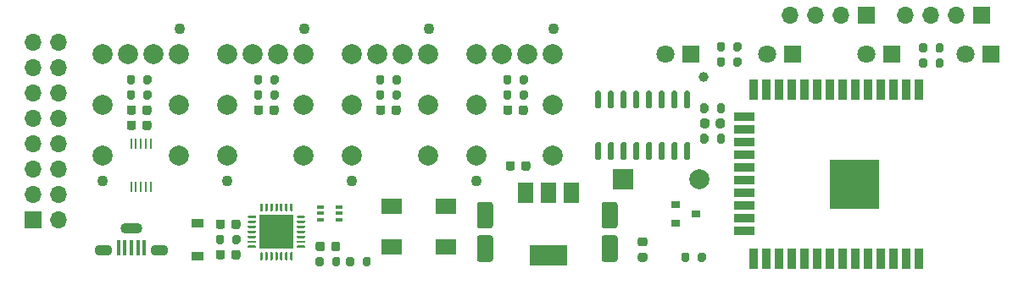
<source format=gbr>
%TF.GenerationSoftware,KiCad,Pcbnew,(5.1.10-1-10_14)*%
%TF.CreationDate,2021-10-13T21:31:21+02:00*%
%TF.ProjectId,MiliOhmMeter,4d696c69-4f68-46d4-9d65-7465722e6b69,rev?*%
%TF.SameCoordinates,Original*%
%TF.FileFunction,Soldermask,Bot*%
%TF.FilePolarity,Negative*%
%FSLAX46Y46*%
G04 Gerber Fmt 4.6, Leading zero omitted, Abs format (unit mm)*
G04 Created by KiCad (PCBNEW (5.1.10-1-10_14)) date 2021-10-13 21:31:21*
%MOMM*%
%LPD*%
G01*
G04 APERTURE LIST*
%ADD10O,2.200000X1.100000*%
%ADD11O,1.800000X1.100000*%
%ADD12R,0.450000X1.500000*%
%ADD13R,1.500000X2.000000*%
%ADD14R,3.800000X2.000000*%
%ADD15C,1.000000*%
%ADD16C,1.100000*%
%ADD17C,2.000000*%
%ADD18R,2.000000X1.600000*%
%ADD19O,1.700000X1.700000*%
%ADD20R,1.700000X1.700000*%
%ADD21R,0.250000X1.100000*%
%ADD22R,3.350000X3.350000*%
%ADD23R,0.900000X0.800000*%
%ADD24R,0.650000X0.400000*%
%ADD25R,5.000000X5.000000*%
%ADD26R,0.900000X2.000000*%
%ADD27R,2.000000X0.900000*%
%ADD28C,1.800000*%
%ADD29R,1.800000X1.800000*%
%ADD30R,1.200000X0.900000*%
%ADD31R,2.000000X2.000000*%
G04 APERTURE END LIST*
D10*
%TO.C,J1*%
X72644000Y-97477000D03*
D11*
X75444000Y-99627000D03*
X69844000Y-99627000D03*
D12*
X71344000Y-99377000D03*
X73944000Y-99377000D03*
X71994000Y-99377000D03*
X73294000Y-99377000D03*
X72644000Y-99377000D03*
%TD*%
D13*
%TO.C,U4*%
X112000000Y-93878000D03*
X116600000Y-93878000D03*
X114300000Y-93878000D03*
D14*
X114300000Y-100178000D03*
%TD*%
D15*
%TO.C,TP1*%
X129794000Y-82296000D03*
%TD*%
%TO.C,C13*%
G36*
G01*
X119846000Y-98140000D02*
X120946000Y-98140000D01*
G75*
G02*
X121196000Y-98390000I0J-250000D01*
G01*
X121196000Y-100540000D01*
G75*
G02*
X120946000Y-100790000I-250000J0D01*
G01*
X119846000Y-100790000D01*
G75*
G02*
X119596000Y-100540000I0J250000D01*
G01*
X119596000Y-98390000D01*
G75*
G02*
X119846000Y-98140000I250000J0D01*
G01*
G37*
G36*
G01*
X119846000Y-94790000D02*
X120946000Y-94790000D01*
G75*
G02*
X121196000Y-95040000I0J-250000D01*
G01*
X121196000Y-97190000D01*
G75*
G02*
X120946000Y-97440000I-250000J0D01*
G01*
X119846000Y-97440000D01*
G75*
G02*
X119596000Y-97190000I0J250000D01*
G01*
X119596000Y-95040000D01*
G75*
G02*
X119846000Y-94790000I250000J0D01*
G01*
G37*
%TD*%
%TO.C,C12*%
G36*
G01*
X123448000Y-99893000D02*
X123948000Y-99893000D01*
G75*
G02*
X124173000Y-100118000I0J-225000D01*
G01*
X124173000Y-100568000D01*
G75*
G02*
X123948000Y-100793000I-225000J0D01*
G01*
X123448000Y-100793000D01*
G75*
G02*
X123223000Y-100568000I0J225000D01*
G01*
X123223000Y-100118000D01*
G75*
G02*
X123448000Y-99893000I225000J0D01*
G01*
G37*
G36*
G01*
X123448000Y-98343000D02*
X123948000Y-98343000D01*
G75*
G02*
X124173000Y-98568000I0J-225000D01*
G01*
X124173000Y-99018000D01*
G75*
G02*
X123948000Y-99243000I-225000J0D01*
G01*
X123448000Y-99243000D01*
G75*
G02*
X123223000Y-99018000I0J225000D01*
G01*
X123223000Y-98568000D01*
G75*
G02*
X123448000Y-98343000I225000J0D01*
G01*
G37*
%TD*%
%TO.C,C11*%
G36*
G01*
X110927000Y-90936000D02*
X110927000Y-91436000D01*
G75*
G02*
X110702000Y-91661000I-225000J0D01*
G01*
X110252000Y-91661000D01*
G75*
G02*
X110027000Y-91436000I0J225000D01*
G01*
X110027000Y-90936000D01*
G75*
G02*
X110252000Y-90711000I225000J0D01*
G01*
X110702000Y-90711000D01*
G75*
G02*
X110927000Y-90936000I0J-225000D01*
G01*
G37*
G36*
G01*
X112477000Y-90936000D02*
X112477000Y-91436000D01*
G75*
G02*
X112252000Y-91661000I-225000J0D01*
G01*
X111802000Y-91661000D01*
G75*
G02*
X111577000Y-91436000I0J225000D01*
G01*
X111577000Y-90936000D01*
G75*
G02*
X111802000Y-90711000I225000J0D01*
G01*
X112252000Y-90711000D01*
G75*
G02*
X112477000Y-90936000I0J-225000D01*
G01*
G37*
%TD*%
%TO.C,C10*%
G36*
G01*
X107400000Y-98140000D02*
X108500000Y-98140000D01*
G75*
G02*
X108750000Y-98390000I0J-250000D01*
G01*
X108750000Y-100540000D01*
G75*
G02*
X108500000Y-100790000I-250000J0D01*
G01*
X107400000Y-100790000D01*
G75*
G02*
X107150000Y-100540000I0J250000D01*
G01*
X107150000Y-98390000D01*
G75*
G02*
X107400000Y-98140000I250000J0D01*
G01*
G37*
G36*
G01*
X107400000Y-94790000D02*
X108500000Y-94790000D01*
G75*
G02*
X108750000Y-95040000I0J-250000D01*
G01*
X108750000Y-97190000D01*
G75*
G02*
X108500000Y-97440000I-250000J0D01*
G01*
X107400000Y-97440000D01*
G75*
G02*
X107150000Y-97190000I0J250000D01*
G01*
X107150000Y-95040000D01*
G75*
G02*
X107400000Y-94790000I250000J0D01*
G01*
G37*
%TD*%
%TO.C,C9*%
G36*
G01*
X131008000Y-87181500D02*
X131008000Y-86681500D01*
G75*
G02*
X131233000Y-86456500I225000J0D01*
G01*
X131683000Y-86456500D01*
G75*
G02*
X131908000Y-86681500I0J-225000D01*
G01*
X131908000Y-87181500D01*
G75*
G02*
X131683000Y-87406500I-225000J0D01*
G01*
X131233000Y-87406500D01*
G75*
G02*
X131008000Y-87181500I0J225000D01*
G01*
G37*
G36*
G01*
X129458000Y-87181500D02*
X129458000Y-86681500D01*
G75*
G02*
X129683000Y-86456500I225000J0D01*
G01*
X130133000Y-86456500D01*
G75*
G02*
X130358000Y-86681500I0J-225000D01*
G01*
X130358000Y-87181500D01*
G75*
G02*
X130133000Y-87406500I-225000J0D01*
G01*
X129683000Y-87406500D01*
G75*
G02*
X129458000Y-87181500I0J225000D01*
G01*
G37*
%TD*%
%TO.C,C8*%
G36*
G01*
X73731000Y-87372000D02*
X73731000Y-86872000D01*
G75*
G02*
X73956000Y-86647000I225000J0D01*
G01*
X74406000Y-86647000D01*
G75*
G02*
X74631000Y-86872000I0J-225000D01*
G01*
X74631000Y-87372000D01*
G75*
G02*
X74406000Y-87597000I-225000J0D01*
G01*
X73956000Y-87597000D01*
G75*
G02*
X73731000Y-87372000I0J225000D01*
G01*
G37*
G36*
G01*
X72181000Y-87372000D02*
X72181000Y-86872000D01*
G75*
G02*
X72406000Y-86647000I225000J0D01*
G01*
X72856000Y-86647000D01*
G75*
G02*
X73081000Y-86872000I0J-225000D01*
G01*
X73081000Y-87372000D01*
G75*
G02*
X72856000Y-87597000I-225000J0D01*
G01*
X72406000Y-87597000D01*
G75*
G02*
X72181000Y-87372000I0J225000D01*
G01*
G37*
%TD*%
D16*
%TO.C,SW6*%
X107061000Y-92710000D03*
X114841000Y-77470000D03*
D17*
X114681000Y-80010000D03*
X107061000Y-80010000D03*
X112141000Y-80010000D03*
X109601000Y-80010000D03*
X114681000Y-90170000D03*
X107061000Y-90170000D03*
X114681000Y-85090000D03*
X107061000Y-85090000D03*
%TD*%
D16*
%TO.C,SW5*%
X82169000Y-92710000D03*
X89949000Y-77470000D03*
D17*
X89789000Y-80010000D03*
X82169000Y-80010000D03*
X87249000Y-80010000D03*
X84709000Y-80010000D03*
X89789000Y-90170000D03*
X82169000Y-90170000D03*
X89789000Y-85090000D03*
X82169000Y-85090000D03*
%TD*%
D18*
%TO.C,SW4*%
X98646000Y-99314000D03*
X104046000Y-99314000D03*
%TD*%
%TO.C,SW3*%
X98646000Y-95250000D03*
X104046000Y-95250000D03*
%TD*%
D16*
%TO.C,SW2*%
X94615000Y-92710000D03*
X102395000Y-77470000D03*
D17*
X102235000Y-80010000D03*
X94615000Y-80010000D03*
X99695000Y-80010000D03*
X97155000Y-80010000D03*
X102235000Y-90170000D03*
X94615000Y-90170000D03*
X102235000Y-85090000D03*
X94615000Y-85090000D03*
%TD*%
D16*
%TO.C,SW1*%
X69723000Y-92710000D03*
X77503000Y-77470000D03*
D17*
X77343000Y-80010000D03*
X69723000Y-80010000D03*
X74803000Y-80010000D03*
X72263000Y-80010000D03*
X77343000Y-90170000D03*
X69723000Y-90170000D03*
X77343000Y-85090000D03*
X69723000Y-85090000D03*
%TD*%
D19*
%TO.C,J4*%
X138430000Y-76136500D03*
X140970000Y-76136500D03*
X143510000Y-76136500D03*
D20*
X146050000Y-76136500D03*
%TD*%
D19*
%TO.C,J3*%
X149923500Y-76136500D03*
X152463500Y-76136500D03*
X155003500Y-76136500D03*
D20*
X157543500Y-76136500D03*
%TD*%
%TO.C,C6*%
G36*
G01*
X111323000Y-85848000D02*
X111323000Y-85348000D01*
G75*
G02*
X111548000Y-85123000I225000J0D01*
G01*
X111998000Y-85123000D01*
G75*
G02*
X112223000Y-85348000I0J-225000D01*
G01*
X112223000Y-85848000D01*
G75*
G02*
X111998000Y-86073000I-225000J0D01*
G01*
X111548000Y-86073000D01*
G75*
G02*
X111323000Y-85848000I0J225000D01*
G01*
G37*
G36*
G01*
X109773000Y-85848000D02*
X109773000Y-85348000D01*
G75*
G02*
X109998000Y-85123000I225000J0D01*
G01*
X110448000Y-85123000D01*
G75*
G02*
X110673000Y-85348000I0J-225000D01*
G01*
X110673000Y-85848000D01*
G75*
G02*
X110448000Y-86073000I-225000J0D01*
G01*
X109998000Y-86073000D01*
G75*
G02*
X109773000Y-85848000I0J225000D01*
G01*
G37*
%TD*%
%TO.C,C5*%
G36*
G01*
X86431000Y-85848000D02*
X86431000Y-85348000D01*
G75*
G02*
X86656000Y-85123000I225000J0D01*
G01*
X87106000Y-85123000D01*
G75*
G02*
X87331000Y-85348000I0J-225000D01*
G01*
X87331000Y-85848000D01*
G75*
G02*
X87106000Y-86073000I-225000J0D01*
G01*
X86656000Y-86073000D01*
G75*
G02*
X86431000Y-85848000I0J225000D01*
G01*
G37*
G36*
G01*
X84881000Y-85848000D02*
X84881000Y-85348000D01*
G75*
G02*
X85106000Y-85123000I225000J0D01*
G01*
X85556000Y-85123000D01*
G75*
G02*
X85781000Y-85348000I0J-225000D01*
G01*
X85781000Y-85848000D01*
G75*
G02*
X85556000Y-86073000I-225000J0D01*
G01*
X85106000Y-86073000D01*
G75*
G02*
X84881000Y-85848000I0J225000D01*
G01*
G37*
%TD*%
%TO.C,C4*%
G36*
G01*
X98623000Y-85848000D02*
X98623000Y-85348000D01*
G75*
G02*
X98848000Y-85123000I225000J0D01*
G01*
X99298000Y-85123000D01*
G75*
G02*
X99523000Y-85348000I0J-225000D01*
G01*
X99523000Y-85848000D01*
G75*
G02*
X99298000Y-86073000I-225000J0D01*
G01*
X98848000Y-86073000D01*
G75*
G02*
X98623000Y-85848000I0J225000D01*
G01*
G37*
G36*
G01*
X97073000Y-85848000D02*
X97073000Y-85348000D01*
G75*
G02*
X97298000Y-85123000I225000J0D01*
G01*
X97748000Y-85123000D01*
G75*
G02*
X97973000Y-85348000I0J-225000D01*
G01*
X97973000Y-85848000D01*
G75*
G02*
X97748000Y-86073000I-225000J0D01*
G01*
X97298000Y-86073000D01*
G75*
G02*
X97073000Y-85848000I0J225000D01*
G01*
G37*
%TD*%
%TO.C,C3*%
G36*
G01*
X73731000Y-85848000D02*
X73731000Y-85348000D01*
G75*
G02*
X73956000Y-85123000I225000J0D01*
G01*
X74406000Y-85123000D01*
G75*
G02*
X74631000Y-85348000I0J-225000D01*
G01*
X74631000Y-85848000D01*
G75*
G02*
X74406000Y-86073000I-225000J0D01*
G01*
X73956000Y-86073000D01*
G75*
G02*
X73731000Y-85848000I0J225000D01*
G01*
G37*
G36*
G01*
X72181000Y-85848000D02*
X72181000Y-85348000D01*
G75*
G02*
X72406000Y-85123000I225000J0D01*
G01*
X72856000Y-85123000D01*
G75*
G02*
X73081000Y-85348000I0J-225000D01*
G01*
X73081000Y-85848000D01*
G75*
G02*
X72856000Y-86073000I-225000J0D01*
G01*
X72406000Y-86073000D01*
G75*
G02*
X72181000Y-85848000I0J225000D01*
G01*
G37*
%TD*%
%TO.C,U3*%
G36*
G01*
X128293000Y-85422000D02*
X127993000Y-85422000D01*
G75*
G02*
X127843000Y-85272000I0J150000D01*
G01*
X127843000Y-83822000D01*
G75*
G02*
X127993000Y-83672000I150000J0D01*
G01*
X128293000Y-83672000D01*
G75*
G02*
X128443000Y-83822000I0J-150000D01*
G01*
X128443000Y-85272000D01*
G75*
G02*
X128293000Y-85422000I-150000J0D01*
G01*
G37*
G36*
G01*
X127023000Y-85422000D02*
X126723000Y-85422000D01*
G75*
G02*
X126573000Y-85272000I0J150000D01*
G01*
X126573000Y-83822000D01*
G75*
G02*
X126723000Y-83672000I150000J0D01*
G01*
X127023000Y-83672000D01*
G75*
G02*
X127173000Y-83822000I0J-150000D01*
G01*
X127173000Y-85272000D01*
G75*
G02*
X127023000Y-85422000I-150000J0D01*
G01*
G37*
G36*
G01*
X125753000Y-85422000D02*
X125453000Y-85422000D01*
G75*
G02*
X125303000Y-85272000I0J150000D01*
G01*
X125303000Y-83822000D01*
G75*
G02*
X125453000Y-83672000I150000J0D01*
G01*
X125753000Y-83672000D01*
G75*
G02*
X125903000Y-83822000I0J-150000D01*
G01*
X125903000Y-85272000D01*
G75*
G02*
X125753000Y-85422000I-150000J0D01*
G01*
G37*
G36*
G01*
X124483000Y-85422000D02*
X124183000Y-85422000D01*
G75*
G02*
X124033000Y-85272000I0J150000D01*
G01*
X124033000Y-83822000D01*
G75*
G02*
X124183000Y-83672000I150000J0D01*
G01*
X124483000Y-83672000D01*
G75*
G02*
X124633000Y-83822000I0J-150000D01*
G01*
X124633000Y-85272000D01*
G75*
G02*
X124483000Y-85422000I-150000J0D01*
G01*
G37*
G36*
G01*
X123213000Y-85422000D02*
X122913000Y-85422000D01*
G75*
G02*
X122763000Y-85272000I0J150000D01*
G01*
X122763000Y-83822000D01*
G75*
G02*
X122913000Y-83672000I150000J0D01*
G01*
X123213000Y-83672000D01*
G75*
G02*
X123363000Y-83822000I0J-150000D01*
G01*
X123363000Y-85272000D01*
G75*
G02*
X123213000Y-85422000I-150000J0D01*
G01*
G37*
G36*
G01*
X121943000Y-85422000D02*
X121643000Y-85422000D01*
G75*
G02*
X121493000Y-85272000I0J150000D01*
G01*
X121493000Y-83822000D01*
G75*
G02*
X121643000Y-83672000I150000J0D01*
G01*
X121943000Y-83672000D01*
G75*
G02*
X122093000Y-83822000I0J-150000D01*
G01*
X122093000Y-85272000D01*
G75*
G02*
X121943000Y-85422000I-150000J0D01*
G01*
G37*
G36*
G01*
X120673000Y-85422000D02*
X120373000Y-85422000D01*
G75*
G02*
X120223000Y-85272000I0J150000D01*
G01*
X120223000Y-83822000D01*
G75*
G02*
X120373000Y-83672000I150000J0D01*
G01*
X120673000Y-83672000D01*
G75*
G02*
X120823000Y-83822000I0J-150000D01*
G01*
X120823000Y-85272000D01*
G75*
G02*
X120673000Y-85422000I-150000J0D01*
G01*
G37*
G36*
G01*
X119403000Y-85422000D02*
X119103000Y-85422000D01*
G75*
G02*
X118953000Y-85272000I0J150000D01*
G01*
X118953000Y-83822000D01*
G75*
G02*
X119103000Y-83672000I150000J0D01*
G01*
X119403000Y-83672000D01*
G75*
G02*
X119553000Y-83822000I0J-150000D01*
G01*
X119553000Y-85272000D01*
G75*
G02*
X119403000Y-85422000I-150000J0D01*
G01*
G37*
G36*
G01*
X119403000Y-90572000D02*
X119103000Y-90572000D01*
G75*
G02*
X118953000Y-90422000I0J150000D01*
G01*
X118953000Y-88972000D01*
G75*
G02*
X119103000Y-88822000I150000J0D01*
G01*
X119403000Y-88822000D01*
G75*
G02*
X119553000Y-88972000I0J-150000D01*
G01*
X119553000Y-90422000D01*
G75*
G02*
X119403000Y-90572000I-150000J0D01*
G01*
G37*
G36*
G01*
X120673000Y-90572000D02*
X120373000Y-90572000D01*
G75*
G02*
X120223000Y-90422000I0J150000D01*
G01*
X120223000Y-88972000D01*
G75*
G02*
X120373000Y-88822000I150000J0D01*
G01*
X120673000Y-88822000D01*
G75*
G02*
X120823000Y-88972000I0J-150000D01*
G01*
X120823000Y-90422000D01*
G75*
G02*
X120673000Y-90572000I-150000J0D01*
G01*
G37*
G36*
G01*
X121943000Y-90572000D02*
X121643000Y-90572000D01*
G75*
G02*
X121493000Y-90422000I0J150000D01*
G01*
X121493000Y-88972000D01*
G75*
G02*
X121643000Y-88822000I150000J0D01*
G01*
X121943000Y-88822000D01*
G75*
G02*
X122093000Y-88972000I0J-150000D01*
G01*
X122093000Y-90422000D01*
G75*
G02*
X121943000Y-90572000I-150000J0D01*
G01*
G37*
G36*
G01*
X123213000Y-90572000D02*
X122913000Y-90572000D01*
G75*
G02*
X122763000Y-90422000I0J150000D01*
G01*
X122763000Y-88972000D01*
G75*
G02*
X122913000Y-88822000I150000J0D01*
G01*
X123213000Y-88822000D01*
G75*
G02*
X123363000Y-88972000I0J-150000D01*
G01*
X123363000Y-90422000D01*
G75*
G02*
X123213000Y-90572000I-150000J0D01*
G01*
G37*
G36*
G01*
X124483000Y-90572000D02*
X124183000Y-90572000D01*
G75*
G02*
X124033000Y-90422000I0J150000D01*
G01*
X124033000Y-88972000D01*
G75*
G02*
X124183000Y-88822000I150000J0D01*
G01*
X124483000Y-88822000D01*
G75*
G02*
X124633000Y-88972000I0J-150000D01*
G01*
X124633000Y-90422000D01*
G75*
G02*
X124483000Y-90572000I-150000J0D01*
G01*
G37*
G36*
G01*
X125753000Y-90572000D02*
X125453000Y-90572000D01*
G75*
G02*
X125303000Y-90422000I0J150000D01*
G01*
X125303000Y-88972000D01*
G75*
G02*
X125453000Y-88822000I150000J0D01*
G01*
X125753000Y-88822000D01*
G75*
G02*
X125903000Y-88972000I0J-150000D01*
G01*
X125903000Y-90422000D01*
G75*
G02*
X125753000Y-90572000I-150000J0D01*
G01*
G37*
G36*
G01*
X127023000Y-90572000D02*
X126723000Y-90572000D01*
G75*
G02*
X126573000Y-90422000I0J150000D01*
G01*
X126573000Y-88972000D01*
G75*
G02*
X126723000Y-88822000I150000J0D01*
G01*
X127023000Y-88822000D01*
G75*
G02*
X127173000Y-88972000I0J-150000D01*
G01*
X127173000Y-90422000D01*
G75*
G02*
X127023000Y-90572000I-150000J0D01*
G01*
G37*
G36*
G01*
X128293000Y-90572000D02*
X127993000Y-90572000D01*
G75*
G02*
X127843000Y-90422000I0J150000D01*
G01*
X127843000Y-88972000D01*
G75*
G02*
X127993000Y-88822000I150000J0D01*
G01*
X128293000Y-88822000D01*
G75*
G02*
X128443000Y-88972000I0J-150000D01*
G01*
X128443000Y-90422000D01*
G75*
G02*
X128293000Y-90572000I-150000J0D01*
G01*
G37*
%TD*%
D21*
%TO.C,U2*%
X74596500Y-88972500D03*
X74096500Y-88972500D03*
X73596500Y-88972500D03*
X73096500Y-88972500D03*
X72596500Y-88972500D03*
X72596500Y-93272500D03*
X73096500Y-93272500D03*
X73596500Y-93272500D03*
X74096500Y-93272500D03*
X74596500Y-93272500D03*
%TD*%
D22*
%TO.C,U1*%
X87122000Y-97790000D03*
G36*
G01*
X89909500Y-99415000D02*
X89234500Y-99415000D01*
G75*
G02*
X89172000Y-99352500I0J62500D01*
G01*
X89172000Y-99227500D01*
G75*
G02*
X89234500Y-99165000I62500J0D01*
G01*
X89909500Y-99165000D01*
G75*
G02*
X89972000Y-99227500I0J-62500D01*
G01*
X89972000Y-99352500D01*
G75*
G02*
X89909500Y-99415000I-62500J0D01*
G01*
G37*
G36*
G01*
X89909500Y-98915000D02*
X89234500Y-98915000D01*
G75*
G02*
X89172000Y-98852500I0J62500D01*
G01*
X89172000Y-98727500D01*
G75*
G02*
X89234500Y-98665000I62500J0D01*
G01*
X89909500Y-98665000D01*
G75*
G02*
X89972000Y-98727500I0J-62500D01*
G01*
X89972000Y-98852500D01*
G75*
G02*
X89909500Y-98915000I-62500J0D01*
G01*
G37*
G36*
G01*
X89909500Y-98415000D02*
X89234500Y-98415000D01*
G75*
G02*
X89172000Y-98352500I0J62500D01*
G01*
X89172000Y-98227500D01*
G75*
G02*
X89234500Y-98165000I62500J0D01*
G01*
X89909500Y-98165000D01*
G75*
G02*
X89972000Y-98227500I0J-62500D01*
G01*
X89972000Y-98352500D01*
G75*
G02*
X89909500Y-98415000I-62500J0D01*
G01*
G37*
G36*
G01*
X89909500Y-97915000D02*
X89234500Y-97915000D01*
G75*
G02*
X89172000Y-97852500I0J62500D01*
G01*
X89172000Y-97727500D01*
G75*
G02*
X89234500Y-97665000I62500J0D01*
G01*
X89909500Y-97665000D01*
G75*
G02*
X89972000Y-97727500I0J-62500D01*
G01*
X89972000Y-97852500D01*
G75*
G02*
X89909500Y-97915000I-62500J0D01*
G01*
G37*
G36*
G01*
X89909500Y-97415000D02*
X89234500Y-97415000D01*
G75*
G02*
X89172000Y-97352500I0J62500D01*
G01*
X89172000Y-97227500D01*
G75*
G02*
X89234500Y-97165000I62500J0D01*
G01*
X89909500Y-97165000D01*
G75*
G02*
X89972000Y-97227500I0J-62500D01*
G01*
X89972000Y-97352500D01*
G75*
G02*
X89909500Y-97415000I-62500J0D01*
G01*
G37*
G36*
G01*
X89909500Y-96915000D02*
X89234500Y-96915000D01*
G75*
G02*
X89172000Y-96852500I0J62500D01*
G01*
X89172000Y-96727500D01*
G75*
G02*
X89234500Y-96665000I62500J0D01*
G01*
X89909500Y-96665000D01*
G75*
G02*
X89972000Y-96727500I0J-62500D01*
G01*
X89972000Y-96852500D01*
G75*
G02*
X89909500Y-96915000I-62500J0D01*
G01*
G37*
G36*
G01*
X89909500Y-96415000D02*
X89234500Y-96415000D01*
G75*
G02*
X89172000Y-96352500I0J62500D01*
G01*
X89172000Y-96227500D01*
G75*
G02*
X89234500Y-96165000I62500J0D01*
G01*
X89909500Y-96165000D01*
G75*
G02*
X89972000Y-96227500I0J-62500D01*
G01*
X89972000Y-96352500D01*
G75*
G02*
X89909500Y-96415000I-62500J0D01*
G01*
G37*
G36*
G01*
X88684500Y-95740000D02*
X88559500Y-95740000D01*
G75*
G02*
X88497000Y-95677500I0J62500D01*
G01*
X88497000Y-95002500D01*
G75*
G02*
X88559500Y-94940000I62500J0D01*
G01*
X88684500Y-94940000D01*
G75*
G02*
X88747000Y-95002500I0J-62500D01*
G01*
X88747000Y-95677500D01*
G75*
G02*
X88684500Y-95740000I-62500J0D01*
G01*
G37*
G36*
G01*
X88184500Y-95740000D02*
X88059500Y-95740000D01*
G75*
G02*
X87997000Y-95677500I0J62500D01*
G01*
X87997000Y-95002500D01*
G75*
G02*
X88059500Y-94940000I62500J0D01*
G01*
X88184500Y-94940000D01*
G75*
G02*
X88247000Y-95002500I0J-62500D01*
G01*
X88247000Y-95677500D01*
G75*
G02*
X88184500Y-95740000I-62500J0D01*
G01*
G37*
G36*
G01*
X87684500Y-95740000D02*
X87559500Y-95740000D01*
G75*
G02*
X87497000Y-95677500I0J62500D01*
G01*
X87497000Y-95002500D01*
G75*
G02*
X87559500Y-94940000I62500J0D01*
G01*
X87684500Y-94940000D01*
G75*
G02*
X87747000Y-95002500I0J-62500D01*
G01*
X87747000Y-95677500D01*
G75*
G02*
X87684500Y-95740000I-62500J0D01*
G01*
G37*
G36*
G01*
X87184500Y-95740000D02*
X87059500Y-95740000D01*
G75*
G02*
X86997000Y-95677500I0J62500D01*
G01*
X86997000Y-95002500D01*
G75*
G02*
X87059500Y-94940000I62500J0D01*
G01*
X87184500Y-94940000D01*
G75*
G02*
X87247000Y-95002500I0J-62500D01*
G01*
X87247000Y-95677500D01*
G75*
G02*
X87184500Y-95740000I-62500J0D01*
G01*
G37*
G36*
G01*
X86684500Y-95740000D02*
X86559500Y-95740000D01*
G75*
G02*
X86497000Y-95677500I0J62500D01*
G01*
X86497000Y-95002500D01*
G75*
G02*
X86559500Y-94940000I62500J0D01*
G01*
X86684500Y-94940000D01*
G75*
G02*
X86747000Y-95002500I0J-62500D01*
G01*
X86747000Y-95677500D01*
G75*
G02*
X86684500Y-95740000I-62500J0D01*
G01*
G37*
G36*
G01*
X86184500Y-95740000D02*
X86059500Y-95740000D01*
G75*
G02*
X85997000Y-95677500I0J62500D01*
G01*
X85997000Y-95002500D01*
G75*
G02*
X86059500Y-94940000I62500J0D01*
G01*
X86184500Y-94940000D01*
G75*
G02*
X86247000Y-95002500I0J-62500D01*
G01*
X86247000Y-95677500D01*
G75*
G02*
X86184500Y-95740000I-62500J0D01*
G01*
G37*
G36*
G01*
X85684500Y-95740000D02*
X85559500Y-95740000D01*
G75*
G02*
X85497000Y-95677500I0J62500D01*
G01*
X85497000Y-95002500D01*
G75*
G02*
X85559500Y-94940000I62500J0D01*
G01*
X85684500Y-94940000D01*
G75*
G02*
X85747000Y-95002500I0J-62500D01*
G01*
X85747000Y-95677500D01*
G75*
G02*
X85684500Y-95740000I-62500J0D01*
G01*
G37*
G36*
G01*
X85009500Y-96415000D02*
X84334500Y-96415000D01*
G75*
G02*
X84272000Y-96352500I0J62500D01*
G01*
X84272000Y-96227500D01*
G75*
G02*
X84334500Y-96165000I62500J0D01*
G01*
X85009500Y-96165000D01*
G75*
G02*
X85072000Y-96227500I0J-62500D01*
G01*
X85072000Y-96352500D01*
G75*
G02*
X85009500Y-96415000I-62500J0D01*
G01*
G37*
G36*
G01*
X85009500Y-96915000D02*
X84334500Y-96915000D01*
G75*
G02*
X84272000Y-96852500I0J62500D01*
G01*
X84272000Y-96727500D01*
G75*
G02*
X84334500Y-96665000I62500J0D01*
G01*
X85009500Y-96665000D01*
G75*
G02*
X85072000Y-96727500I0J-62500D01*
G01*
X85072000Y-96852500D01*
G75*
G02*
X85009500Y-96915000I-62500J0D01*
G01*
G37*
G36*
G01*
X85009500Y-97415000D02*
X84334500Y-97415000D01*
G75*
G02*
X84272000Y-97352500I0J62500D01*
G01*
X84272000Y-97227500D01*
G75*
G02*
X84334500Y-97165000I62500J0D01*
G01*
X85009500Y-97165000D01*
G75*
G02*
X85072000Y-97227500I0J-62500D01*
G01*
X85072000Y-97352500D01*
G75*
G02*
X85009500Y-97415000I-62500J0D01*
G01*
G37*
G36*
G01*
X85009500Y-97915000D02*
X84334500Y-97915000D01*
G75*
G02*
X84272000Y-97852500I0J62500D01*
G01*
X84272000Y-97727500D01*
G75*
G02*
X84334500Y-97665000I62500J0D01*
G01*
X85009500Y-97665000D01*
G75*
G02*
X85072000Y-97727500I0J-62500D01*
G01*
X85072000Y-97852500D01*
G75*
G02*
X85009500Y-97915000I-62500J0D01*
G01*
G37*
G36*
G01*
X85009500Y-98415000D02*
X84334500Y-98415000D01*
G75*
G02*
X84272000Y-98352500I0J62500D01*
G01*
X84272000Y-98227500D01*
G75*
G02*
X84334500Y-98165000I62500J0D01*
G01*
X85009500Y-98165000D01*
G75*
G02*
X85072000Y-98227500I0J-62500D01*
G01*
X85072000Y-98352500D01*
G75*
G02*
X85009500Y-98415000I-62500J0D01*
G01*
G37*
G36*
G01*
X85009500Y-98915000D02*
X84334500Y-98915000D01*
G75*
G02*
X84272000Y-98852500I0J62500D01*
G01*
X84272000Y-98727500D01*
G75*
G02*
X84334500Y-98665000I62500J0D01*
G01*
X85009500Y-98665000D01*
G75*
G02*
X85072000Y-98727500I0J-62500D01*
G01*
X85072000Y-98852500D01*
G75*
G02*
X85009500Y-98915000I-62500J0D01*
G01*
G37*
G36*
G01*
X85009500Y-99415000D02*
X84334500Y-99415000D01*
G75*
G02*
X84272000Y-99352500I0J62500D01*
G01*
X84272000Y-99227500D01*
G75*
G02*
X84334500Y-99165000I62500J0D01*
G01*
X85009500Y-99165000D01*
G75*
G02*
X85072000Y-99227500I0J-62500D01*
G01*
X85072000Y-99352500D01*
G75*
G02*
X85009500Y-99415000I-62500J0D01*
G01*
G37*
G36*
G01*
X85684500Y-100640000D02*
X85559500Y-100640000D01*
G75*
G02*
X85497000Y-100577500I0J62500D01*
G01*
X85497000Y-99902500D01*
G75*
G02*
X85559500Y-99840000I62500J0D01*
G01*
X85684500Y-99840000D01*
G75*
G02*
X85747000Y-99902500I0J-62500D01*
G01*
X85747000Y-100577500D01*
G75*
G02*
X85684500Y-100640000I-62500J0D01*
G01*
G37*
G36*
G01*
X86184500Y-100640000D02*
X86059500Y-100640000D01*
G75*
G02*
X85997000Y-100577500I0J62500D01*
G01*
X85997000Y-99902500D01*
G75*
G02*
X86059500Y-99840000I62500J0D01*
G01*
X86184500Y-99840000D01*
G75*
G02*
X86247000Y-99902500I0J-62500D01*
G01*
X86247000Y-100577500D01*
G75*
G02*
X86184500Y-100640000I-62500J0D01*
G01*
G37*
G36*
G01*
X86684500Y-100640000D02*
X86559500Y-100640000D01*
G75*
G02*
X86497000Y-100577500I0J62500D01*
G01*
X86497000Y-99902500D01*
G75*
G02*
X86559500Y-99840000I62500J0D01*
G01*
X86684500Y-99840000D01*
G75*
G02*
X86747000Y-99902500I0J-62500D01*
G01*
X86747000Y-100577500D01*
G75*
G02*
X86684500Y-100640000I-62500J0D01*
G01*
G37*
G36*
G01*
X87184500Y-100640000D02*
X87059500Y-100640000D01*
G75*
G02*
X86997000Y-100577500I0J62500D01*
G01*
X86997000Y-99902500D01*
G75*
G02*
X87059500Y-99840000I62500J0D01*
G01*
X87184500Y-99840000D01*
G75*
G02*
X87247000Y-99902500I0J-62500D01*
G01*
X87247000Y-100577500D01*
G75*
G02*
X87184500Y-100640000I-62500J0D01*
G01*
G37*
G36*
G01*
X87684500Y-100640000D02*
X87559500Y-100640000D01*
G75*
G02*
X87497000Y-100577500I0J62500D01*
G01*
X87497000Y-99902500D01*
G75*
G02*
X87559500Y-99840000I62500J0D01*
G01*
X87684500Y-99840000D01*
G75*
G02*
X87747000Y-99902500I0J-62500D01*
G01*
X87747000Y-100577500D01*
G75*
G02*
X87684500Y-100640000I-62500J0D01*
G01*
G37*
G36*
G01*
X88184500Y-100640000D02*
X88059500Y-100640000D01*
G75*
G02*
X87997000Y-100577500I0J62500D01*
G01*
X87997000Y-99902500D01*
G75*
G02*
X88059500Y-99840000I62500J0D01*
G01*
X88184500Y-99840000D01*
G75*
G02*
X88247000Y-99902500I0J-62500D01*
G01*
X88247000Y-100577500D01*
G75*
G02*
X88184500Y-100640000I-62500J0D01*
G01*
G37*
G36*
G01*
X88684500Y-100640000D02*
X88559500Y-100640000D01*
G75*
G02*
X88497000Y-100577500I0J62500D01*
G01*
X88497000Y-99902500D01*
G75*
G02*
X88559500Y-99840000I62500J0D01*
G01*
X88684500Y-99840000D01*
G75*
G02*
X88747000Y-99902500I0J-62500D01*
G01*
X88747000Y-100577500D01*
G75*
G02*
X88684500Y-100640000I-62500J0D01*
G01*
G37*
%TD*%
%TO.C,R18*%
G36*
G01*
X110573000Y-83799000D02*
X110573000Y-84349000D01*
G75*
G02*
X110373000Y-84549000I-200000J0D01*
G01*
X109973000Y-84549000D01*
G75*
G02*
X109773000Y-84349000I0J200000D01*
G01*
X109773000Y-83799000D01*
G75*
G02*
X109973000Y-83599000I200000J0D01*
G01*
X110373000Y-83599000D01*
G75*
G02*
X110573000Y-83799000I0J-200000D01*
G01*
G37*
G36*
G01*
X112223000Y-83799000D02*
X112223000Y-84349000D01*
G75*
G02*
X112023000Y-84549000I-200000J0D01*
G01*
X111623000Y-84549000D01*
G75*
G02*
X111423000Y-84349000I0J200000D01*
G01*
X111423000Y-83799000D01*
G75*
G02*
X111623000Y-83599000I200000J0D01*
G01*
X112023000Y-83599000D01*
G75*
G02*
X112223000Y-83799000I0J-200000D01*
G01*
G37*
%TD*%
%TO.C,R17*%
G36*
G01*
X110573000Y-82275000D02*
X110573000Y-82825000D01*
G75*
G02*
X110373000Y-83025000I-200000J0D01*
G01*
X109973000Y-83025000D01*
G75*
G02*
X109773000Y-82825000I0J200000D01*
G01*
X109773000Y-82275000D01*
G75*
G02*
X109973000Y-82075000I200000J0D01*
G01*
X110373000Y-82075000D01*
G75*
G02*
X110573000Y-82275000I0J-200000D01*
G01*
G37*
G36*
G01*
X112223000Y-82275000D02*
X112223000Y-82825000D01*
G75*
G02*
X112023000Y-83025000I-200000J0D01*
G01*
X111623000Y-83025000D01*
G75*
G02*
X111423000Y-82825000I0J200000D01*
G01*
X111423000Y-82275000D01*
G75*
G02*
X111623000Y-82075000I200000J0D01*
G01*
X112023000Y-82075000D01*
G75*
G02*
X112223000Y-82275000I0J-200000D01*
G01*
G37*
%TD*%
%TO.C,R16*%
G36*
G01*
X85681000Y-83799000D02*
X85681000Y-84349000D01*
G75*
G02*
X85481000Y-84549000I-200000J0D01*
G01*
X85081000Y-84549000D01*
G75*
G02*
X84881000Y-84349000I0J200000D01*
G01*
X84881000Y-83799000D01*
G75*
G02*
X85081000Y-83599000I200000J0D01*
G01*
X85481000Y-83599000D01*
G75*
G02*
X85681000Y-83799000I0J-200000D01*
G01*
G37*
G36*
G01*
X87331000Y-83799000D02*
X87331000Y-84349000D01*
G75*
G02*
X87131000Y-84549000I-200000J0D01*
G01*
X86731000Y-84549000D01*
G75*
G02*
X86531000Y-84349000I0J200000D01*
G01*
X86531000Y-83799000D01*
G75*
G02*
X86731000Y-83599000I200000J0D01*
G01*
X87131000Y-83599000D01*
G75*
G02*
X87331000Y-83799000I0J-200000D01*
G01*
G37*
%TD*%
%TO.C,R15*%
G36*
G01*
X85681000Y-82275000D02*
X85681000Y-82825000D01*
G75*
G02*
X85481000Y-83025000I-200000J0D01*
G01*
X85081000Y-83025000D01*
G75*
G02*
X84881000Y-82825000I0J200000D01*
G01*
X84881000Y-82275000D01*
G75*
G02*
X85081000Y-82075000I200000J0D01*
G01*
X85481000Y-82075000D01*
G75*
G02*
X85681000Y-82275000I0J-200000D01*
G01*
G37*
G36*
G01*
X87331000Y-82275000D02*
X87331000Y-82825000D01*
G75*
G02*
X87131000Y-83025000I-200000J0D01*
G01*
X86731000Y-83025000D01*
G75*
G02*
X86531000Y-82825000I0J200000D01*
G01*
X86531000Y-82275000D01*
G75*
G02*
X86731000Y-82075000I200000J0D01*
G01*
X87131000Y-82075000D01*
G75*
G02*
X87331000Y-82275000I0J-200000D01*
G01*
G37*
%TD*%
%TO.C,R14*%
G36*
G01*
X130258000Y-85132500D02*
X130258000Y-85682500D01*
G75*
G02*
X130058000Y-85882500I-200000J0D01*
G01*
X129658000Y-85882500D01*
G75*
G02*
X129458000Y-85682500I0J200000D01*
G01*
X129458000Y-85132500D01*
G75*
G02*
X129658000Y-84932500I200000J0D01*
G01*
X130058000Y-84932500D01*
G75*
G02*
X130258000Y-85132500I0J-200000D01*
G01*
G37*
G36*
G01*
X131908000Y-85132500D02*
X131908000Y-85682500D01*
G75*
G02*
X131708000Y-85882500I-200000J0D01*
G01*
X131308000Y-85882500D01*
G75*
G02*
X131108000Y-85682500I0J200000D01*
G01*
X131108000Y-85132500D01*
G75*
G02*
X131308000Y-84932500I200000J0D01*
G01*
X131708000Y-84932500D01*
G75*
G02*
X131908000Y-85132500I0J-200000D01*
G01*
G37*
%TD*%
%TO.C,R13*%
G36*
G01*
X128353000Y-100055000D02*
X128353000Y-100605000D01*
G75*
G02*
X128153000Y-100805000I-200000J0D01*
G01*
X127753000Y-100805000D01*
G75*
G02*
X127553000Y-100605000I0J200000D01*
G01*
X127553000Y-100055000D01*
G75*
G02*
X127753000Y-99855000I200000J0D01*
G01*
X128153000Y-99855000D01*
G75*
G02*
X128353000Y-100055000I0J-200000D01*
G01*
G37*
G36*
G01*
X130003000Y-100055000D02*
X130003000Y-100605000D01*
G75*
G02*
X129803000Y-100805000I-200000J0D01*
G01*
X129403000Y-100805000D01*
G75*
G02*
X129203000Y-100605000I0J200000D01*
G01*
X129203000Y-100055000D01*
G75*
G02*
X129403000Y-99855000I200000J0D01*
G01*
X129803000Y-99855000D01*
G75*
G02*
X130003000Y-100055000I0J-200000D01*
G01*
G37*
%TD*%
%TO.C,R12*%
G36*
G01*
X81871000Y-98277000D02*
X81871000Y-98827000D01*
G75*
G02*
X81671000Y-99027000I-200000J0D01*
G01*
X81271000Y-99027000D01*
G75*
G02*
X81071000Y-98827000I0J200000D01*
G01*
X81071000Y-98277000D01*
G75*
G02*
X81271000Y-98077000I200000J0D01*
G01*
X81671000Y-98077000D01*
G75*
G02*
X81871000Y-98277000I0J-200000D01*
G01*
G37*
G36*
G01*
X83521000Y-98277000D02*
X83521000Y-98827000D01*
G75*
G02*
X83321000Y-99027000I-200000J0D01*
G01*
X82921000Y-99027000D01*
G75*
G02*
X82721000Y-98827000I0J200000D01*
G01*
X82721000Y-98277000D01*
G75*
G02*
X82921000Y-98077000I200000J0D01*
G01*
X83321000Y-98077000D01*
G75*
G02*
X83521000Y-98277000I0J-200000D01*
G01*
G37*
%TD*%
%TO.C,R11*%
G36*
G01*
X92690500Y-101049500D02*
X92690500Y-100499500D01*
G75*
G02*
X92890500Y-100299500I200000J0D01*
G01*
X93290500Y-100299500D01*
G75*
G02*
X93490500Y-100499500I0J-200000D01*
G01*
X93490500Y-101049500D01*
G75*
G02*
X93290500Y-101249500I-200000J0D01*
G01*
X92890500Y-101249500D01*
G75*
G02*
X92690500Y-101049500I0J200000D01*
G01*
G37*
G36*
G01*
X91040500Y-101049500D02*
X91040500Y-100499500D01*
G75*
G02*
X91240500Y-100299500I200000J0D01*
G01*
X91640500Y-100299500D01*
G75*
G02*
X91840500Y-100499500I0J-200000D01*
G01*
X91840500Y-101049500D01*
G75*
G02*
X91640500Y-101249500I-200000J0D01*
G01*
X91240500Y-101249500D01*
G75*
G02*
X91040500Y-101049500I0J200000D01*
G01*
G37*
%TD*%
%TO.C,R10*%
G36*
G01*
X130258000Y-88180500D02*
X130258000Y-88730500D01*
G75*
G02*
X130058000Y-88930500I-200000J0D01*
G01*
X129658000Y-88930500D01*
G75*
G02*
X129458000Y-88730500I0J200000D01*
G01*
X129458000Y-88180500D01*
G75*
G02*
X129658000Y-87980500I200000J0D01*
G01*
X130058000Y-87980500D01*
G75*
G02*
X130258000Y-88180500I0J-200000D01*
G01*
G37*
G36*
G01*
X131908000Y-88180500D02*
X131908000Y-88730500D01*
G75*
G02*
X131708000Y-88930500I-200000J0D01*
G01*
X131308000Y-88930500D01*
G75*
G02*
X131108000Y-88730500I0J200000D01*
G01*
X131108000Y-88180500D01*
G75*
G02*
X131308000Y-87980500I200000J0D01*
G01*
X131708000Y-87980500D01*
G75*
G02*
X131908000Y-88180500I0J-200000D01*
G01*
G37*
%TD*%
%TO.C,R9*%
G36*
G01*
X94888500Y-100499500D02*
X94888500Y-101049500D01*
G75*
G02*
X94688500Y-101249500I-200000J0D01*
G01*
X94288500Y-101249500D01*
G75*
G02*
X94088500Y-101049500I0J200000D01*
G01*
X94088500Y-100499500D01*
G75*
G02*
X94288500Y-100299500I200000J0D01*
G01*
X94688500Y-100299500D01*
G75*
G02*
X94888500Y-100499500I0J-200000D01*
G01*
G37*
G36*
G01*
X96538500Y-100499500D02*
X96538500Y-101049500D01*
G75*
G02*
X96338500Y-101249500I-200000J0D01*
G01*
X95938500Y-101249500D01*
G75*
G02*
X95738500Y-101049500I0J200000D01*
G01*
X95738500Y-100499500D01*
G75*
G02*
X95938500Y-100299500I200000J0D01*
G01*
X96338500Y-100299500D01*
G75*
G02*
X96538500Y-100499500I0J-200000D01*
G01*
G37*
%TD*%
%TO.C,R8*%
G36*
G01*
X97873000Y-83799000D02*
X97873000Y-84349000D01*
G75*
G02*
X97673000Y-84549000I-200000J0D01*
G01*
X97273000Y-84549000D01*
G75*
G02*
X97073000Y-84349000I0J200000D01*
G01*
X97073000Y-83799000D01*
G75*
G02*
X97273000Y-83599000I200000J0D01*
G01*
X97673000Y-83599000D01*
G75*
G02*
X97873000Y-83799000I0J-200000D01*
G01*
G37*
G36*
G01*
X99523000Y-83799000D02*
X99523000Y-84349000D01*
G75*
G02*
X99323000Y-84549000I-200000J0D01*
G01*
X98923000Y-84549000D01*
G75*
G02*
X98723000Y-84349000I0J200000D01*
G01*
X98723000Y-83799000D01*
G75*
G02*
X98923000Y-83599000I200000J0D01*
G01*
X99323000Y-83599000D01*
G75*
G02*
X99523000Y-83799000I0J-200000D01*
G01*
G37*
%TD*%
%TO.C,R7*%
G36*
G01*
X97898400Y-82275000D02*
X97898400Y-82825000D01*
G75*
G02*
X97698400Y-83025000I-200000J0D01*
G01*
X97298400Y-83025000D01*
G75*
G02*
X97098400Y-82825000I0J200000D01*
G01*
X97098400Y-82275000D01*
G75*
G02*
X97298400Y-82075000I200000J0D01*
G01*
X97698400Y-82075000D01*
G75*
G02*
X97898400Y-82275000I0J-200000D01*
G01*
G37*
G36*
G01*
X99548400Y-82275000D02*
X99548400Y-82825000D01*
G75*
G02*
X99348400Y-83025000I-200000J0D01*
G01*
X98948400Y-83025000D01*
G75*
G02*
X98748400Y-82825000I0J200000D01*
G01*
X98748400Y-82275000D01*
G75*
G02*
X98948400Y-82075000I200000J0D01*
G01*
X99348400Y-82075000D01*
G75*
G02*
X99548400Y-82275000I0J-200000D01*
G01*
G37*
%TD*%
%TO.C,R6*%
G36*
G01*
X72981000Y-83799000D02*
X72981000Y-84349000D01*
G75*
G02*
X72781000Y-84549000I-200000J0D01*
G01*
X72381000Y-84549000D01*
G75*
G02*
X72181000Y-84349000I0J200000D01*
G01*
X72181000Y-83799000D01*
G75*
G02*
X72381000Y-83599000I200000J0D01*
G01*
X72781000Y-83599000D01*
G75*
G02*
X72981000Y-83799000I0J-200000D01*
G01*
G37*
G36*
G01*
X74631000Y-83799000D02*
X74631000Y-84349000D01*
G75*
G02*
X74431000Y-84549000I-200000J0D01*
G01*
X74031000Y-84549000D01*
G75*
G02*
X73831000Y-84349000I0J200000D01*
G01*
X73831000Y-83799000D01*
G75*
G02*
X74031000Y-83599000I200000J0D01*
G01*
X74431000Y-83599000D01*
G75*
G02*
X74631000Y-83799000I0J-200000D01*
G01*
G37*
%TD*%
%TO.C,R5*%
G36*
G01*
X72981000Y-82275000D02*
X72981000Y-82825000D01*
G75*
G02*
X72781000Y-83025000I-200000J0D01*
G01*
X72381000Y-83025000D01*
G75*
G02*
X72181000Y-82825000I0J200000D01*
G01*
X72181000Y-82275000D01*
G75*
G02*
X72381000Y-82075000I200000J0D01*
G01*
X72781000Y-82075000D01*
G75*
G02*
X72981000Y-82275000I0J-200000D01*
G01*
G37*
G36*
G01*
X74631000Y-82275000D02*
X74631000Y-82825000D01*
G75*
G02*
X74431000Y-83025000I-200000J0D01*
G01*
X74031000Y-83025000D01*
G75*
G02*
X73831000Y-82825000I0J200000D01*
G01*
X73831000Y-82275000D01*
G75*
G02*
X74031000Y-82075000I200000J0D01*
G01*
X74431000Y-82075000D01*
G75*
G02*
X74631000Y-82275000I0J-200000D01*
G01*
G37*
%TD*%
%TO.C,R4*%
G36*
G01*
X152952000Y-81174000D02*
X152952000Y-80624000D01*
G75*
G02*
X153152000Y-80424000I200000J0D01*
G01*
X153552000Y-80424000D01*
G75*
G02*
X153752000Y-80624000I0J-200000D01*
G01*
X153752000Y-81174000D01*
G75*
G02*
X153552000Y-81374000I-200000J0D01*
G01*
X153152000Y-81374000D01*
G75*
G02*
X152952000Y-81174000I0J200000D01*
G01*
G37*
G36*
G01*
X151302000Y-81174000D02*
X151302000Y-80624000D01*
G75*
G02*
X151502000Y-80424000I200000J0D01*
G01*
X151902000Y-80424000D01*
G75*
G02*
X152102000Y-80624000I0J-200000D01*
G01*
X152102000Y-81174000D01*
G75*
G02*
X151902000Y-81374000I-200000J0D01*
G01*
X151502000Y-81374000D01*
G75*
G02*
X151302000Y-81174000I0J200000D01*
G01*
G37*
%TD*%
%TO.C,R3*%
G36*
G01*
X131909000Y-78973000D02*
X131909000Y-79523000D01*
G75*
G02*
X131709000Y-79723000I-200000J0D01*
G01*
X131309000Y-79723000D01*
G75*
G02*
X131109000Y-79523000I0J200000D01*
G01*
X131109000Y-78973000D01*
G75*
G02*
X131309000Y-78773000I200000J0D01*
G01*
X131709000Y-78773000D01*
G75*
G02*
X131909000Y-78973000I0J-200000D01*
G01*
G37*
G36*
G01*
X133559000Y-78973000D02*
X133559000Y-79523000D01*
G75*
G02*
X133359000Y-79723000I-200000J0D01*
G01*
X132959000Y-79723000D01*
G75*
G02*
X132759000Y-79523000I0J200000D01*
G01*
X132759000Y-78973000D01*
G75*
G02*
X132959000Y-78773000I200000J0D01*
G01*
X133359000Y-78773000D01*
G75*
G02*
X133559000Y-78973000I0J-200000D01*
G01*
G37*
%TD*%
%TO.C,R2*%
G36*
G01*
X152102000Y-79100000D02*
X152102000Y-79650000D01*
G75*
G02*
X151902000Y-79850000I-200000J0D01*
G01*
X151502000Y-79850000D01*
G75*
G02*
X151302000Y-79650000I0J200000D01*
G01*
X151302000Y-79100000D01*
G75*
G02*
X151502000Y-78900000I200000J0D01*
G01*
X151902000Y-78900000D01*
G75*
G02*
X152102000Y-79100000I0J-200000D01*
G01*
G37*
G36*
G01*
X153752000Y-79100000D02*
X153752000Y-79650000D01*
G75*
G02*
X153552000Y-79850000I-200000J0D01*
G01*
X153152000Y-79850000D01*
G75*
G02*
X152952000Y-79650000I0J200000D01*
G01*
X152952000Y-79100000D01*
G75*
G02*
X153152000Y-78900000I200000J0D01*
G01*
X153552000Y-78900000D01*
G75*
G02*
X153752000Y-79100000I0J-200000D01*
G01*
G37*
%TD*%
%TO.C,R1*%
G36*
G01*
X132759000Y-81047000D02*
X132759000Y-80497000D01*
G75*
G02*
X132959000Y-80297000I200000J0D01*
G01*
X133359000Y-80297000D01*
G75*
G02*
X133559000Y-80497000I0J-200000D01*
G01*
X133559000Y-81047000D01*
G75*
G02*
X133359000Y-81247000I-200000J0D01*
G01*
X132959000Y-81247000D01*
G75*
G02*
X132759000Y-81047000I0J200000D01*
G01*
G37*
G36*
G01*
X131109000Y-81047000D02*
X131109000Y-80497000D01*
G75*
G02*
X131309000Y-80297000I200000J0D01*
G01*
X131709000Y-80297000D01*
G75*
G02*
X131909000Y-80497000I0J-200000D01*
G01*
X131909000Y-81047000D01*
G75*
G02*
X131709000Y-81247000I-200000J0D01*
G01*
X131309000Y-81247000D01*
G75*
G02*
X131109000Y-81047000I0J200000D01*
G01*
G37*
%TD*%
D23*
%TO.C,Q2*%
X129016000Y-96012000D03*
X127016000Y-95062000D03*
X127016000Y-96962000D03*
%TD*%
D24*
%TO.C,Q1*%
X91506000Y-95298500D03*
X91506000Y-96598500D03*
X93406000Y-95948500D03*
X91506000Y-95948500D03*
X93406000Y-96598500D03*
X93406000Y-95298500D03*
%TD*%
D25*
%TO.C,MOD1*%
X144820500Y-93011500D03*
D26*
X134810500Y-83511500D03*
X136080500Y-83511500D03*
X137350500Y-83511500D03*
X138620500Y-83511500D03*
X139890500Y-83511500D03*
X141160500Y-83511500D03*
X142430500Y-83511500D03*
X143700500Y-83511500D03*
X144970500Y-83511500D03*
X146240500Y-83511500D03*
X147510500Y-83511500D03*
X148780500Y-83511500D03*
X150050500Y-83511500D03*
X151320500Y-83511500D03*
X134810500Y-100511500D03*
X136080500Y-100511500D03*
X137350500Y-100511500D03*
X138620500Y-100511500D03*
X139890500Y-100511500D03*
X141160500Y-100511500D03*
X142430500Y-100511500D03*
X143700500Y-100511500D03*
X144970500Y-100511500D03*
X146240500Y-100511500D03*
X147510500Y-100511500D03*
X148780500Y-100511500D03*
X150050500Y-100511500D03*
D27*
X133810500Y-86296500D03*
X133810500Y-87566500D03*
X133810500Y-88836500D03*
X133810500Y-90106500D03*
X133810500Y-91376500D03*
X133810500Y-92646500D03*
X133810500Y-93916500D03*
X133810500Y-95186500D03*
X133810500Y-96456500D03*
X133810500Y-97726500D03*
D26*
X151320500Y-100511500D03*
%TD*%
D19*
%TO.C,J2*%
X65341500Y-78803500D03*
X62801500Y-78803500D03*
X65341500Y-81343500D03*
X62801500Y-81343500D03*
X65341500Y-83883500D03*
X62801500Y-83883500D03*
X65341500Y-86423500D03*
X62801500Y-86423500D03*
X65341500Y-88963500D03*
X62801500Y-88963500D03*
X65341500Y-91503500D03*
X62801500Y-91503500D03*
X65341500Y-94043500D03*
X62801500Y-94043500D03*
X65341500Y-96583500D03*
D20*
X62801500Y-96583500D03*
%TD*%
D28*
%TO.C,D5*%
X155956000Y-80010000D03*
D29*
X158496000Y-80010000D03*
%TD*%
D28*
%TO.C,D4*%
X125984000Y-80010000D03*
D29*
X128524000Y-80010000D03*
%TD*%
D28*
%TO.C,D3*%
X146050000Y-80010000D03*
D29*
X148590000Y-80010000D03*
%TD*%
D28*
%TO.C,D2*%
X136144000Y-80010000D03*
D29*
X138684000Y-80010000D03*
%TD*%
D30*
%TO.C,D1*%
X79248000Y-100202000D03*
X79248000Y-96902000D03*
%TD*%
%TO.C,C7*%
G36*
G01*
X92590500Y-99500500D02*
X92590500Y-99000500D01*
G75*
G02*
X92815500Y-98775500I225000J0D01*
G01*
X93265500Y-98775500D01*
G75*
G02*
X93490500Y-99000500I0J-225000D01*
G01*
X93490500Y-99500500D01*
G75*
G02*
X93265500Y-99725500I-225000J0D01*
G01*
X92815500Y-99725500D01*
G75*
G02*
X92590500Y-99500500I0J225000D01*
G01*
G37*
G36*
G01*
X91040500Y-99500500D02*
X91040500Y-99000500D01*
G75*
G02*
X91265500Y-98775500I225000J0D01*
G01*
X91715500Y-98775500D01*
G75*
G02*
X91940500Y-99000500I0J-225000D01*
G01*
X91940500Y-99500500D01*
G75*
G02*
X91715500Y-99725500I-225000J0D01*
G01*
X91265500Y-99725500D01*
G75*
G02*
X91040500Y-99500500I0J225000D01*
G01*
G37*
%TD*%
%TO.C,C2*%
G36*
G01*
X81971000Y-99826000D02*
X81971000Y-100326000D01*
G75*
G02*
X81746000Y-100551000I-225000J0D01*
G01*
X81296000Y-100551000D01*
G75*
G02*
X81071000Y-100326000I0J225000D01*
G01*
X81071000Y-99826000D01*
G75*
G02*
X81296000Y-99601000I225000J0D01*
G01*
X81746000Y-99601000D01*
G75*
G02*
X81971000Y-99826000I0J-225000D01*
G01*
G37*
G36*
G01*
X83521000Y-99826000D02*
X83521000Y-100326000D01*
G75*
G02*
X83296000Y-100551000I-225000J0D01*
G01*
X82846000Y-100551000D01*
G75*
G02*
X82621000Y-100326000I0J225000D01*
G01*
X82621000Y-99826000D01*
G75*
G02*
X82846000Y-99601000I225000J0D01*
G01*
X83296000Y-99601000D01*
G75*
G02*
X83521000Y-99826000I0J-225000D01*
G01*
G37*
%TD*%
%TO.C,C1*%
G36*
G01*
X82621000Y-97278000D02*
X82621000Y-96778000D01*
G75*
G02*
X82846000Y-96553000I225000J0D01*
G01*
X83296000Y-96553000D01*
G75*
G02*
X83521000Y-96778000I0J-225000D01*
G01*
X83521000Y-97278000D01*
G75*
G02*
X83296000Y-97503000I-225000J0D01*
G01*
X82846000Y-97503000D01*
G75*
G02*
X82621000Y-97278000I0J225000D01*
G01*
G37*
G36*
G01*
X81071000Y-97278000D02*
X81071000Y-96778000D01*
G75*
G02*
X81296000Y-96553000I225000J0D01*
G01*
X81746000Y-96553000D01*
G75*
G02*
X81971000Y-96778000I0J-225000D01*
G01*
X81971000Y-97278000D01*
G75*
G02*
X81746000Y-97503000I-225000J0D01*
G01*
X81296000Y-97503000D01*
G75*
G02*
X81071000Y-97278000I0J225000D01*
G01*
G37*
%TD*%
D17*
%TO.C,BZ1*%
X129329500Y-92519500D03*
D31*
X121729500Y-92519500D03*
%TD*%
M02*

</source>
